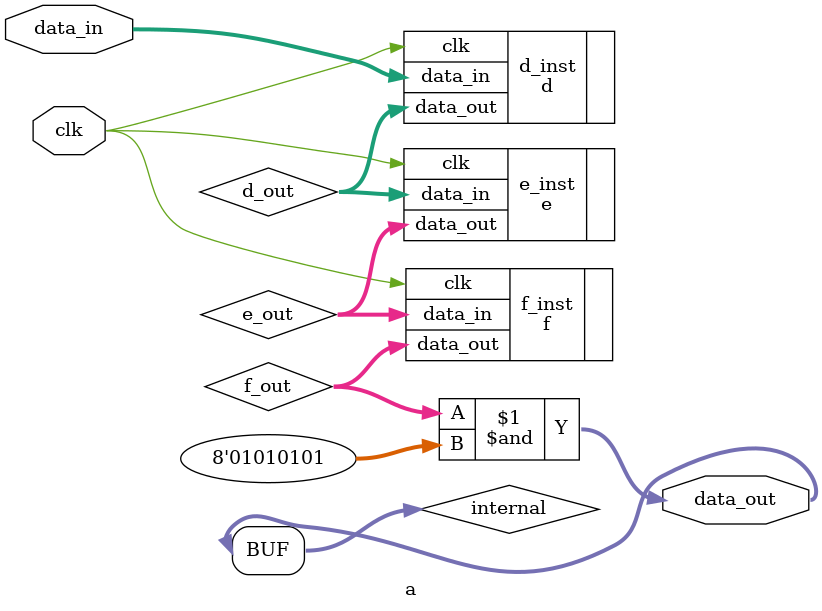
<source format=sv>
module a (
    input logic clk,
    input logic [7:0] data_in,
    output logic [7:0] data_out
);
    logic [7:0] internal;
    logic [7:0] d_out, e_out, f_out;

    // Instantiate submodules
    d d_inst (
        .clk(clk),
        .data_in(data_in),
        .data_out(d_out)
    );

    e e_inst (
        .clk(clk),
        .data_in(d_out),
        .data_out(e_out)
    );

    f f_inst (
        .clk(clk),
        .data_in(e_out),
        .data_out(f_out)
    );

    assign internal = f_out & 8'h55;
    assign data_out = internal;

endmodule

</source>
